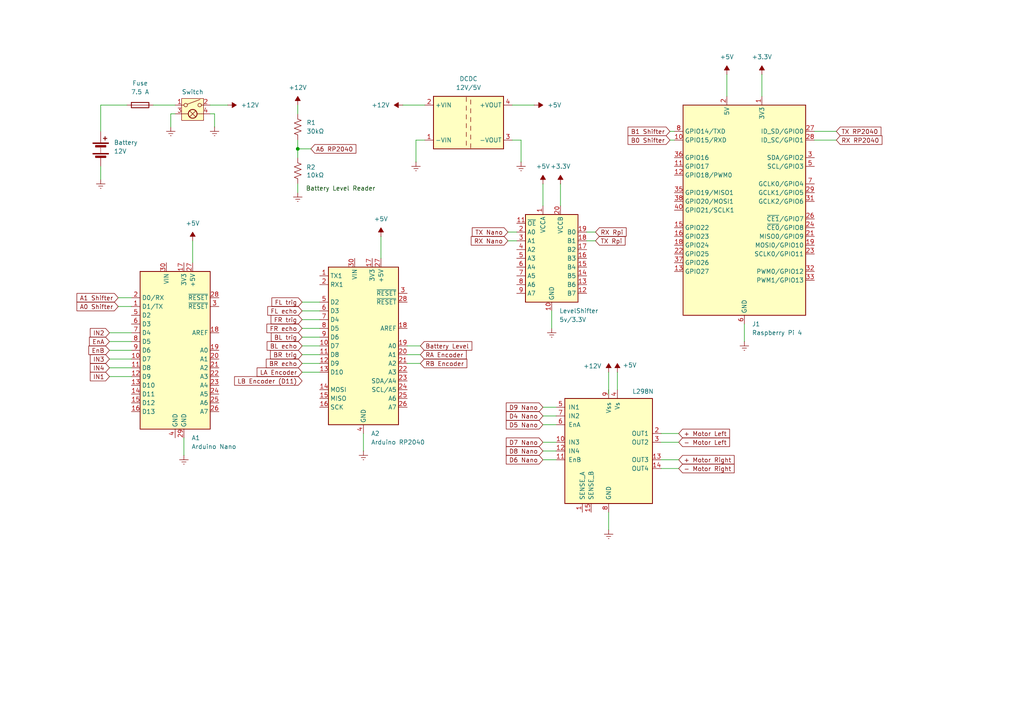
<source format=kicad_sch>
(kicad_sch (version 20231120) (generator "eeschema") (generator_version "8.0")
  (paper "A4")
  (lib_symbols
    (symbol "Connector:Raspberry_Pi_2_3"
      (property "Reference" "J" (at -17.78 31.75 0))
      (property "Value" "Raspberry_Pi_2_3" (at 10.16 -31.75 0))
      (symbol "Raspberry_Pi_2_3_0_1"
        (rectangle (start -17.78 30.48) (end 17.78 -30.48) (stroke (width 0.254)) (fill (type background)))
      )
      (symbol "Raspberry_Pi_2_3_1_1"
        (pin power_in line (at 5.08 33.02 270) (length 2.54) (name "3V3") (number "1"))
        (pin bidirectional line (at -20.32 20.32 0) (length 2.54) (name "GPIO15/RXD") (number "10"))
        (pin bidirectional line (at -20.32 12.7 0) (length 2.54) (name "GPIO17") (number "11"))
        (pin bidirectional line (at -20.32 10.16 0) (length 2.54) (name "GPIO18/PWM0") (number "12"))
        (pin bidirectional line (at -20.32 -17.78 0) (length 2.54) (name "GPIO27") (number "13"))
        (pin passive line (at 0 -33.02 90) (length 2.54) hide (name "GND") (number "14"))
        (pin bidirectional line (at -20.32 -5.08 0) (length 2.54) (name "GPIO22") (number "15"))
        (pin bidirectional line (at -20.32 -7.62 0) (length 2.54) (name "GPIO23") (number "16"))
        (pin passive line (at 5.08 33.02 270) (length 2.54) hide (name "3V3") (number "17"))
        (pin bidirectional line (at -20.32 -10.16 0) (length 2.54) (name "GPIO24") (number "18"))
        (pin bidirectional line (at 20.32 -10.16 180) (length 2.54) (name "MOSI0/GPIO10") (number "19"))
        (pin power_in line (at -5.08 33.02 270) (length 2.54) (name "5V") (number "2"))
        (pin passive line (at 0 -33.02 90) (length 2.54) hide (name "GND") (number "20"))
        (pin bidirectional line (at 20.32 -7.62 180) (length 2.54) (name "MISO0/GPIO9") (number "21"))
        (pin bidirectional line (at -20.32 -12.7 0) (length 2.54) (name "GPIO25") (number "22"))
        (pin bidirectional line (at 20.32 -12.7 180) (length 2.54) (name "SCLK0/GPIO11") (number "23"))
        (pin bidirectional line (at 20.32 -5.08 180) (length 2.54) (name "~{CE0}/GPIO8") (number "24"))
        (pin passive line (at 0 -33.02 90) (length 2.54) hide (name "GND") (number "25"))
        (pin bidirectional line (at 20.32 -2.54 180) (length 2.54) (name "~{CE1}/GPIO7") (number "26"))
        (pin bidirectional line (at 20.32 22.86 180) (length 2.54) (name "ID_SD/GPIO0") (number "27"))
        (pin bidirectional line (at 20.32 20.32 180) (length 2.54) (name "ID_SC/GPIO1") (number "28"))
        (pin bidirectional line (at 20.32 5.08 180) (length 2.54) (name "GCLK1/GPIO5") (number "29"))
        (pin bidirectional line (at 20.32 15.24 180) (length 2.54) (name "SDA/GPIO2") (number "3"))
        (pin passive line (at 0 -33.02 90) (length 2.54) hide (name "GND") (number "30"))
        (pin bidirectional line (at 20.32 2.54 180) (length 2.54) (name "GCLK2/GPIO6") (number "31"))
        (pin bidirectional line (at 20.32 -17.78 180) (length 2.54) (name "PWM0/GPIO12") (number "32"))
        (pin bidirectional line (at 20.32 -20.32 180) (length 2.54) (name "PWM1/GPIO13") (number "33"))
        (pin passive line (at 0 -33.02 90) (length 2.54) hide (name "GND") (number "34"))
        (pin bidirectional line (at -20.32 5.08 0) (length 2.54) (name "GPIO19/MISO1") (number "35"))
        (pin bidirectional line (at -20.32 15.24 0) (length 2.54) (name "GPIO16") (number "36"))
        (pin bidirectional line (at -20.32 -15.24 0) (length 2.54) (name "GPIO26") (number "37"))
        (pin bidirectional line (at -20.32 2.54 0) (length 2.54) (name "GPIO20/MOSI1") (number "38"))
        (pin passive line (at 0 -33.02 90) (length 2.54) hide (name "GND") (number "39"))
        (pin passive line (at -5.08 33.02 270) (length 2.54) hide (name "5V") (number "4"))
        (pin bidirectional line (at -20.32 0 0) (length 2.54) (name "GPIO21/SCLK1") (number "40"))
        (pin bidirectional line (at 20.32 12.7 180) (length 2.54) (name "SCL/GPIO3") (number "5"))
        (pin power_in line (at 0 -33.02 90) (length 2.54) (name "GND") (number "6"))
        (pin bidirectional line (at 20.32 7.62 180) (length 2.54) (name "GCLK0/GPIO4") (number "7"))
        (pin bidirectional line (at -20.32 22.86 0) (length 2.54) (name "GPIO14/TXD") (number "8"))
        (pin passive line (at 0 -33.02 90) (length 2.54) hide (name "GND") (number "9"))
      )
    )
    (symbol "Device:Battery" (pin_numbers hide) (pin_names (offset 0) hide)
      (property "Reference" "BT" (at 2.54 2.54 0))
      (property "Value" "Battery" (at 2.54 0 0))
      (symbol "Battery_0_1"
        (rectangle (start -2.286 -1.27) (end 2.286 -1.524) (fill (type outline)))
        (rectangle (start -2.286 1.778) (end 2.286 1.524) (fill (type outline)))
        (rectangle (start -1.524 -2.032) (end 1.524 -2.54) (fill (type outline)))
        (rectangle (start -1.524 1.016) (end 1.524 0.508) (fill (type outline)))
        (polyline (pts (xy 0 -1.016) (xy 0 -0.762)))
        (polyline (pts (xy 0 -0.508) (xy 0 -0.254)))
        (polyline (pts (xy 0 0) (xy 0 0.254)))
        (polyline (pts (xy 0 1.778) (xy 0 2.54)))
        (polyline (pts (xy 0.762 3.048) (xy 1.778 3.048)) (stroke (width 0.254)))
        (polyline (pts (xy 1.27 3.556) (xy 1.27 2.54)) (stroke (width 0.254)))
      )
      (symbol "Battery_1_1"
        (pin passive line (at 0 5.08 270) (length 2.54) (name "+") (number "1"))
        (pin passive line (at 0 -5.08 90) (length 2.54) (name "-") (number "2"))
      )
    )
    (symbol "Device:Fuse" (pin_numbers hide) (pin_names (offset 0))
      (property "Reference" "F" (at 2.032 0 90))
      (property "Value" "Fuse" (at -1.905 0 90))
      (symbol "Fuse_0_1"
        (rectangle (start -0.762 -2.54) (end 0.762 2.54) (stroke (width 0.254)))
        (polyline (pts (xy 0 2.54) (xy 0 -2.54)))
      )
      (symbol "Fuse_1_1"
        (pin passive line (at 0 3.81 270) (length 1.27) (name "~") (number "1"))
        (pin passive line (at 0 -3.81 90) (length 1.27) (name "~") (number "2"))
      )
    )
    (symbol "Device:R_US" (pin_numbers hide) (pin_names (offset 0))
      (property "Reference" "R" (at 2.54 0 90))
      (property "Value" "R_US" (at -2.54 0 90))
      (symbol "R_US_0_1"
        (polyline (pts (xy 0 -2.286) (xy 0 -2.54)))
        (polyline (pts (xy 0 2.286) (xy 0 2.54)))
        (polyline (pts (xy 0 -0.762) (xy 1.016 -1.143) (xy 0 -1.524) (xy -1.016 -1.905) (xy 0 -2.286)))
        (polyline (pts (xy 0 0.762) (xy 1.016 0.381) (xy 0 0) (xy -1.016 -0.381) (xy 0 -0.762)))
        (polyline (pts (xy 0 2.286) (xy 1.016 1.905) (xy 0 1.524) (xy -1.016 1.143) (xy 0 0.762)))
      )
      (symbol "R_US_1_1"
        (pin passive line (at 0 3.81 270) (length 1.27) (name "~") (number "1"))
        (pin passive line (at 0 -3.81 90) (length 1.27) (name "~") (number "2"))
      )
    )
    (symbol "Driver_Motor:L298N" (pin_names (offset 1.016))
      (property "Reference" "U" (at -10.16 16.51 0))
      (property "Value" "L298N" (at 12.7 16.51 0))
      (symbol "L298N_0_1"
        (rectangle (start -12.7 15.24) (end 12.7 -15.24) (stroke (width 0.254)) (fill (type background)))
      )
      (symbol "L298N_1_1"
        (pin power_in line (at -7.62 -17.78 90) (length 2.54) (name "SENSE_A") (number "1"))
        (pin input line (at -15.24 2.54 0) (length 2.54) (name "IN3") (number "10"))
        (pin input line (at -15.24 -2.54 0) (length 2.54) (name "EnB") (number "11"))
        (pin input line (at -15.24 0 0) (length 2.54) (name "IN4") (number "12"))
        (pin output line (at 15.24 -2.54 180) (length 2.54) (name "OUT3") (number "13"))
        (pin output line (at 15.24 -5.08 180) (length 2.54) (name "OUT4") (number "14"))
        (pin power_in line (at -5.08 -17.78 90) (length 2.54) (name "SENSE_B") (number "15"))
        (pin output line (at 15.24 5.08 180) (length 2.54) (name "OUT1") (number "2"))
        (pin output line (at 15.24 2.54 180) (length 2.54) (name "OUT2") (number "3"))
        (pin power_in line (at 2.54 17.78 270) (length 2.54) (name "Vs") (number "4"))
        (pin input line (at -15.24 12.7 0) (length 2.54) (name "IN1") (number "5"))
        (pin input line (at -15.24 7.62 0) (length 2.54) (name "EnA") (number "6"))
        (pin input line (at -15.24 10.16 0) (length 2.54) (name "IN2") (number "7"))
        (pin power_in line (at 0 -17.78 90) (length 2.54) (name "GND") (number "8"))
        (pin power_in line (at 0 17.78 270) (length 2.54) (name "Vss") (number "9"))
      )
    )
    (symbol "Logic_LevelTranslator:FXMA108"
      (property "Reference" "U" (at -6.35 13.97 0))
      (property "Value" "FXMA108" (at 7.62 13.97 0))
      (symbol "FXMA108_1_1"
        (rectangle (start -7.62 12.7) (end 7.62 -12.7) (stroke (width 0.254)) (fill (type background)))
        (pin power_in line (at -2.54 15.24 270) (length 2.54) (name "VCCA") (number "1"))
        (pin power_in line (at 0 -15.24 90) (length 2.54) (name "GND") (number "10"))
        (pin input line (at -10.16 10.16 0) (length 2.54) (name "~{OE}") (number "11"))
        (pin bidirectional line (at 10.16 -10.16 180) (length 2.54) (name "B7") (number "12"))
        (pin bidirectional line (at 10.16 -7.62 180) (length 2.54) (name "B6") (number "13"))
        (pin bidirectional line (at 10.16 -5.08 180) (length 2.54) (name "B5") (number "14"))
        (pin bidirectional line (at 10.16 -2.54 180) (length 2.54) (name "B4") (number "15"))
        (pin bidirectional line (at 10.16 0 180) (length 2.54) (name "B3") (number "16"))
        (pin bidirectional line (at 10.16 2.54 180) (length 2.54) (name "B2") (number "17"))
        (pin bidirectional line (at 10.16 5.08 180) (length 2.54) (name "B1") (number "18"))
        (pin bidirectional line (at 10.16 7.62 180) (length 2.54) (name "B0") (number "19"))
        (pin bidirectional line (at -10.16 7.62 0) (length 2.54) (name "A0") (number "2"))
        (pin power_in line (at 2.54 15.24 270) (length 2.54) (name "VCCB") (number "20"))
        (pin no_connect line (at 2.54 -12.7 90) (length 2.54) hide (name "NC") (number "21"))
        (pin bidirectional line (at -10.16 5.08 0) (length 2.54) (name "A1") (number "3"))
        (pin bidirectional line (at -10.16 2.54 0) (length 2.54) (name "A2") (number "4"))
        (pin bidirectional line (at -10.16 0 0) (length 2.54) (name "A3") (number "5"))
        (pin bidirectional line (at -10.16 -2.54 0) (length 2.54) (name "A4") (number "6"))
        (pin bidirectional line (at -10.16 -5.08 0) (length 2.54) (name "A5") (number "7"))
        (pin bidirectional line (at -10.16 -7.62 0) (length 2.54) (name "A6") (number "8"))
        (pin bidirectional line (at -10.16 -10.16 0) (length 2.54) (name "A7") (number "9"))
      )
    )
    (symbol "MCU_Module:Arduino_Nano_Every"
      (property "Reference" "A" (at -10.16 23.495 0))
      (property "Value" "Arduino_Nano_Every" (at 5.08 -24.13 0))
      (symbol "Arduino_Nano_Every_0_1"
        (rectangle (start -10.16 22.86) (end 10.16 -22.86) (stroke (width 0.254)) (fill (type background)))
      )
      (symbol "Arduino_Nano_Every_1_1"
        (pin bidirectional line (at -12.7 20.32 0) (length 2.54) (name "TX1") (number "1"))
        (pin bidirectional line (at -12.7 0 0) (length 2.54) (name "D7") (number "10"))
        (pin bidirectional line (at -12.7 -2.54 0) (length 2.54) (name "D8") (number "11"))
        (pin bidirectional line (at -12.7 -5.08 0) (length 2.54) (name "D9") (number "12"))
        (pin bidirectional line (at -12.7 -7.62 0) (length 2.54) (name "D10") (number "13"))
        (pin bidirectional line (at -12.7 -12.7 0) (length 2.54) (name "MOSI") (number "14"))
        (pin bidirectional line (at -12.7 -15.24 0) (length 2.54) (name "MISO") (number "15"))
        (pin bidirectional line (at -12.7 -17.78 0) (length 2.54) (name "SCK") (number "16"))
        (pin power_out line (at 2.54 25.4 270) (length 2.54) (name "3V3") (number "17"))
        (pin input line (at 12.7 5.08 180) (length 2.54) (name "AREF") (number "18"))
        (pin bidirectional line (at 12.7 0 180) (length 2.54) (name "A0") (number "19"))
        (pin bidirectional line (at -12.7 17.78 0) (length 2.54) (name "RX1") (number "2"))
        (pin bidirectional line (at 12.7 -2.54 180) (length 2.54) (name "A1") (number "20"))
        (pin bidirectional line (at 12.7 -5.08 180) (length 2.54) (name "A2") (number "21"))
        (pin bidirectional line (at 12.7 -7.62 180) (length 2.54) (name "A3") (number "22"))
        (pin bidirectional line (at 12.7 -10.16 180) (length 2.54) (name "SDA/A4") (number "23"))
        (pin bidirectional line (at 12.7 -12.7 180) (length 2.54) (name "SCL/A5") (number "24"))
        (pin bidirectional line (at 12.7 -15.24 180) (length 2.54) (name "A6") (number "25"))
        (pin bidirectional line (at 12.7 -17.78 180) (length 2.54) (name "A7") (number "26"))
        (pin power_out line (at 5.08 25.4 270) (length 2.54) (name "+5V") (number "27"))
        (pin input line (at 12.7 12.7 180) (length 2.54) (name "~{RESET}") (number "28"))
        (pin passive line (at 0 -25.4 90) (length 2.54) hide (name "GND") (number "29"))
        (pin input line (at 12.7 15.24 180) (length 2.54) (name "~{RESET}") (number "3"))
        (pin power_in line (at -2.54 25.4 270) (length 2.54) (name "VIN") (number "30"))
        (pin power_in line (at 0 -25.4 90) (length 2.54) (name "GND") (number "4"))
        (pin bidirectional line (at -12.7 12.7 0) (length 2.54) (name "D2") (number "5"))
        (pin bidirectional line (at -12.7 10.16 0) (length 2.54) (name "D3") (number "6"))
        (pin bidirectional line (at -12.7 7.62 0) (length 2.54) (name "D4") (number "7"))
        (pin bidirectional line (at -12.7 5.08 0) (length 2.54) (name "D5") (number "8"))
        (pin bidirectional line (at -12.7 2.54 0) (length 2.54) (name "D6") (number "9"))
      )
    )
    (symbol "MCU_Module:Arduino_Nano_v2.x"
      (property "Reference" "A" (at -10.16 23.495 0))
      (property "Value" "Arduino_Nano_v2.x" (at 5.08 -24.13 0))
      (symbol "Arduino_Nano_v2.x_0_1"
        (rectangle (start -10.16 22.86) (end 10.16 -22.86) (stroke (width 0.254)) (fill (type background)))
      )
      (symbol "Arduino_Nano_v2.x_1_1"
        (pin bidirectional line (at -12.7 12.7 0) (length 2.54) (name "D1/TX") (number "1"))
        (pin bidirectional line (at -12.7 -2.54 0) (length 2.54) (name "D7") (number "10"))
        (pin bidirectional line (at -12.7 -5.08 0) (length 2.54) (name "D8") (number "11"))
        (pin bidirectional line (at -12.7 -7.62 0) (length 2.54) (name "D9") (number "12"))
        (pin bidirectional line (at -12.7 -10.16 0) (length 2.54) (name "D10") (number "13"))
        (pin bidirectional line (at -12.7 -12.7 0) (length 2.54) (name "D11") (number "14"))
        (pin bidirectional line (at -12.7 -15.24 0) (length 2.54) (name "D12") (number "15"))
        (pin bidirectional line (at -12.7 -17.78 0) (length 2.54) (name "D13") (number "16"))
        (pin power_out line (at 2.54 25.4 270) (length 2.54) (name "3V3") (number "17"))
        (pin input line (at 12.7 5.08 180) (length 2.54) (name "AREF") (number "18"))
        (pin bidirectional line (at 12.7 0 180) (length 2.54) (name "A0") (number "19"))
        (pin bidirectional line (at -12.7 15.24 0) (length 2.54) (name "D0/RX") (number "2"))
        (pin bidirectional line (at 12.7 -2.54 180) (length 2.54) (name "A1") (number "20"))
        (pin bidirectional line (at 12.7 -5.08 180) (length 2.54) (name "A2") (number "21"))
        (pin bidirectional line (at 12.7 -7.62 180) (length 2.54) (name "A3") (number "22"))
        (pin bidirectional line (at 12.7 -10.16 180) (length 2.54) (name "A4") (number "23"))
        (pin bidirectional line (at 12.7 -12.7 180) (length 2.54) (name "A5") (number "24"))
        (pin bidirectional line (at 12.7 -15.24 180) (length 2.54) (name "A6") (number "25"))
        (pin bidirectional line (at 12.7 -17.78 180) (length 2.54) (name "A7") (number "26"))
        (pin power_out line (at 5.08 25.4 270) (length 2.54) (name "+5V") (number "27"))
        (pin input line (at 12.7 15.24 180) (length 2.54) (name "~{RESET}") (number "28"))
        (pin power_in line (at 2.54 -25.4 90) (length 2.54) (name "GND") (number "29"))
        (pin input line (at 12.7 12.7 180) (length 2.54) (name "~{RESET}") (number "3"))
        (pin power_in line (at -2.54 25.4 270) (length 2.54) (name "VIN") (number "30"))
        (pin power_in line (at 0 -25.4 90) (length 2.54) (name "GND") (number "4"))
        (pin bidirectional line (at -12.7 10.16 0) (length 2.54) (name "D2") (number "5"))
        (pin bidirectional line (at -12.7 7.62 0) (length 2.54) (name "D3") (number "6"))
        (pin bidirectional line (at -12.7 5.08 0) (length 2.54) (name "D4") (number "7"))
        (pin bidirectional line (at -12.7 2.54 0) (length 2.54) (name "D5") (number "8"))
        (pin bidirectional line (at -12.7 0 0) (length 2.54) (name "D6") (number "9"))
      )
    )
    (symbol "Regulator_Switching:CRE1S0305S3C"
      (property "Reference" "U" (at -8.89 8.89 0))
      (property "Value" "CRE1S0305S3C" (at 2.54 8.89 0))
      (symbol "CRE1S0305S3C_0_1"
        (rectangle (start -10.16 7.62) (end 10.16 -7.62) (stroke (width 0.254)) (fill (type background)))
        (polyline (pts (xy -0.635 -5.334) (xy -0.635 -6.604)))
        (polyline (pts (xy -0.635 -2.794) (xy -0.635 -4.064)))
        (polyline (pts (xy -0.635 -0.254) (xy -0.635 -1.524)))
        (polyline (pts (xy -0.635 2.286) (xy -0.635 1.016)))
        (polyline (pts (xy -0.635 4.826) (xy -0.635 3.556)))
        (polyline (pts (xy -0.635 7.366) (xy -0.635 6.096)))
        (polyline (pts (xy 0.635 -7.366) (xy 0.635 -6.096)))
        (polyline (pts (xy 0.635 -4.826) (xy 0.635 -3.556)))
        (polyline (pts (xy 0.635 -2.286) (xy 0.635 -1.016)))
        (polyline (pts (xy 0.635 0.254) (xy 0.635 1.524)))
        (polyline (pts (xy 0.635 2.794) (xy 0.635 4.064)))
        (polyline (pts (xy 0.635 5.334) (xy 0.635 6.604)))
      )
      (symbol "CRE1S0305S3C_1_1"
        (pin power_in line (at -12.7 -5.08 0) (length 2.54) (name "-VIN") (number "1"))
        (pin power_in line (at -12.7 5.08 0) (length 2.54) (name "+VIN") (number "2"))
        (pin power_out line (at 12.7 -5.08 180) (length 2.54) (name "-VOUT") (number "3"))
        (pin power_out line (at 12.7 5.08 180) (length 2.54) (name "+VOUT") (number "4"))
      )
    )
    (symbol "Switch:SW_SPST_Lamp" (pin_names (offset 1.016) hide)
      (property "Reference" "SW" (at 0 6.35 0))
      (property "Value" "SW_SPST_Lamp" (at 0 -3.81 0))
      (symbol "SW_SPST_Lamp_0_1"
        (circle (center -2.032 2.54) (radius 0.508))
        (polyline (pts (xy -2.54 0) (xy -1.27 0)))
        (polyline (pts (xy -1.524 2.794) (xy 2.159 4.191)))
        (polyline (pts (xy -0.889 -0.889) (xy 0.889 0.889)))
        (polyline (pts (xy 0.889 -0.889) (xy -0.889 0.889)))
        (polyline (pts (xy 2.54 0) (xy 1.27 0)))
        (circle (center 0 0) (radius 1.27) (stroke (width 0.254)))
        (circle (center 2.032 2.54) (radius 0.508))
        (pin passive line (at -5.08 2.54 0) (length 2.54) (name "1") (number "1"))
        (pin passive line (at 5.08 2.54 180) (length 2.54) (name "2") (number "2"))
        (pin passive line (at -5.08 0 0) (length 2.54) (name "L") (number "3"))
        (pin passive line (at 5.08 0 180) (length 2.54) (name "L") (number "4"))
      )
      (symbol "SW_SPST_Lamp_1_1"
        (rectangle (start -3.175 4.445) (end 3.175 -1.905) (fill (type background)))
      )
    )
    (symbol "power:-12V" (power) (pin_numbers hide) (pin_names (offset 0) hide)
      (property "Value" "-12V" (at 0 3.556 0))
      (symbol "-12V_0_0"
        (pin power_in line (at 0 0 90) (length 0) (name "~") (number "1"))
      )
      (symbol "-12V_0_1"
        (polyline (pts (xy 0 0) (xy 0 1.27) (xy 0.762 1.27) (xy 0 2.54) (xy -0.762 1.27) (xy 0 1.27)) (fill (type outline)))
      )
    )
    (symbol "power:Earth" (power) (pin_numbers hide) (pin_names (offset 0) hide)
      (property "Value" "Earth" (at 0 -3.81 0))
      (symbol "Earth_0_1"
        (polyline (pts (xy -0.635 -1.905) (xy 0.635 -1.905)))
        (polyline (pts (xy -0.127 -2.54) (xy 0.127 -2.54)))
        (polyline (pts (xy 0 -1.27) (xy 0 0)))
        (polyline (pts (xy 1.27 -1.27) (xy -1.27 -1.27)))
      )
      (symbol "Earth_1_1"
        (pin power_in line (at 0 0 270) (length 0) (name "~") (number "1"))
      )
    )
  )
  (junction (at 86.36 43.18))
  (wire (pts (xy 176.53 148.59) (xy 176.53 153.67)))
  (wire (pts (xy 176.53 107.95) (xy 176.53 114.3)))
  (wire (pts (xy 31.75 104.14) (xy 38.1 104.14)))
  (wire (pts (xy 49.53 33.02) (xy 50.8 33.02)))
  (wire (pts (xy 236.22 38.1) (xy 242.57 38.1)))
  (wire (pts (xy 31.75 109.22) (xy 38.1 109.22)))
  (wire (pts (xy 60.96 30.48) (xy 66.04 30.48)))
  (wire (pts (xy 87.63 87.63) (xy 92.71 87.63)))
  (wire (pts (xy 118.11 102.87) (xy 121.92 102.87)))
  (wire (pts (xy 154.94 30.48) (xy 148.59 30.48)))
  (wire (pts (xy 87.63 92.71) (xy 92.71 92.71)))
  (wire (pts (xy 87.63 100.33) (xy 92.71 100.33)))
  (wire (pts (xy 86.36 43.18) (xy 86.36 45.72)))
  (wire (pts (xy 49.53 33.02) (xy 49.53 36.83)))
  (wire (pts (xy 220.98 21.59) (xy 220.98 27.94)))
  (wire (pts (xy 29.21 30.48) (xy 29.21 38.1)))
  (wire (pts (xy 157.48 123.19) (xy 161.29 123.19)))
  (wire (pts (xy 34.29 88.9) (xy 38.1 88.9)))
  (wire (pts (xy 87.63 97.79) (xy 92.71 97.79)))
  (wire (pts (xy 31.75 99.06) (xy 38.1 99.06)))
  (wire (pts (xy 116.84 30.48) (xy 123.19 30.48)))
  (wire (pts (xy 151.13 46.99) (xy 151.13 40.64)))
  (wire (pts (xy 120.65 46.99) (xy 120.65 40.64)))
  (wire (pts (xy 170.18 67.31) (xy 172.72 67.31)))
  (wire (pts (xy 157.48 120.65) (xy 161.29 120.65)))
  (wire (pts (xy 86.36 43.18) (xy 90.17 43.18)))
  (wire (pts (xy 191.77 135.89) (xy 196.85 135.89)))
  (wire (pts (xy 87.63 105.41) (xy 92.71 105.41)))
  (wire (pts (xy 118.11 105.41) (xy 121.92 105.41)))
  (wire (pts (xy 215.9 93.98) (xy 215.9 99.06)))
  (wire (pts (xy 179.07 107.95) (xy 179.07 113.03)))
  (wire (pts (xy 210.82 21.59) (xy 210.82 27.94)))
  (wire (pts (xy 118.11 100.33) (xy 121.92 100.33)))
  (wire (pts (xy 105.41 125.73) (xy 105.41 130.81)))
  (wire (pts (xy 62.23 33.02) (xy 62.23 36.83)))
  (wire (pts (xy 86.36 30.48) (xy 86.36 33.02)))
  (wire (pts (xy 120.65 40.64) (xy 123.19 40.64)))
  (wire (pts (xy 55.88 69.85) (xy 55.88 76.2)))
  (wire (pts (xy 29.21 48.26) (xy 29.21 52.07)))
  (wire (pts (xy 44.45 30.48) (xy 50.8 30.48)))
  (wire (pts (xy 170.18 69.85) (xy 172.72 69.85)))
  (wire (pts (xy 147.32 67.31) (xy 149.86 67.31)))
  (wire (pts (xy 157.48 118.11) (xy 161.29 118.11)))
  (wire (pts (xy 87.63 102.87) (xy 92.71 102.87)))
  (wire (pts (xy 29.21 30.48) (xy 36.83 30.48)))
  (wire (pts (xy 157.48 128.27) (xy 161.29 128.27)))
  (wire (pts (xy 60.96 33.02) (xy 62.23 33.02)))
  (wire (pts (xy 34.29 86.36) (xy 38.1 86.36)))
  (wire (pts (xy 87.63 95.25) (xy 92.71 95.25)))
  (wire (pts (xy 87.63 90.17) (xy 92.71 90.17)))
  (wire (pts (xy 87.63 107.95) (xy 92.71 107.95)))
  (wire (pts (xy 31.75 101.6) (xy 38.1 101.6)))
  (wire (pts (xy 160.02 90.17) (xy 160.02 95.25)))
  (wire (pts (xy 157.48 130.81) (xy 161.29 130.81)))
  (wire (pts (xy 157.48 133.35) (xy 161.29 133.35)))
  (wire (pts (xy 86.36 40.64) (xy 86.36 43.18)))
  (wire (pts (xy 151.13 40.64) (xy 148.59 40.64)))
  (wire (pts (xy 31.75 96.52) (xy 38.1 96.52)))
  (wire (pts (xy 157.48 53.34) (xy 157.48 59.69)))
  (wire (pts (xy 53.34 127) (xy 53.34 132.08)))
  (wire (pts (xy 191.77 128.27) (xy 196.85 128.27)))
  (wire (pts (xy 31.75 106.68) (xy 38.1 106.68)))
  (wire (pts (xy 236.22 40.64) (xy 242.57 40.64)))
  (wire (pts (xy 191.77 125.73) (xy 196.85 125.73)))
  (wire (pts (xy 162.56 53.34) (xy 162.56 59.69)))
  (wire (pts (xy 147.32 69.85) (xy 149.86 69.85)))
  (wire (pts (xy 86.36 53.34) (xy 86.36 55.88)))
  (wire (pts (xy 194.31 38.1) (xy 195.58 38.1)))
  (wire (pts (xy 191.77 133.35) (xy 196.85 133.35)))
  (wire (pts (xy 194.31 40.64) (xy 195.58 40.64)))
  (wire (pts (xy 110.49 68.58) (xy 110.49 74.93)))
  (text "Battery Level Reader" (at 98.806 54.864 0) (effects (font (size 1.27 1.27))))
  (global_label "RA Encoder" (shape input) (at 121.92 102.87 0) (property "Intersheetrefs" "${INTERSHEET_REFS}" (effects (hide yes))))
  (global_label "B1 Shifter" (shape input) (at 194.31 38.1 180) (property "Intersheetrefs" "${INTERSHEET_REFS}" (effects (hide yes))))
  (global_label "D4 Nano" (shape input) (at 157.48 120.65 180) (property "Intersheetrefs" "${INTERSHEET_REFS}" (effects (hide yes))))
  (global_label "LB Encoder (D11)" (shape input) (at 87.63 110.49 180) (property "Intersheetrefs" "${INTERSHEET_REFS}" (effects (hide yes))))
  (global_label "D7 Nano" (shape input) (at 157.48 128.27 180) (property "Intersheetrefs" "${INTERSHEET_REFS}" (effects (hide yes))))
  (global_label "D9 Nano" (shape input) (at 157.48 118.11 180) (property "Intersheetrefs" "${INTERSHEET_REFS}" (effects (hide yes))))
  (global_label "BR echo" (shape input) (at 87.63 105.41 180) (property "Intersheetrefs" "${INTERSHEET_REFS}" (effects (hide yes))))
  (global_label "D8 Nano" (shape input) (at 157.48 130.81 180) (property "Intersheetrefs" "${INTERSHEET_REFS}" (effects (hide yes))))
  (global_label "A1 Shifter" (shape input) (at 34.29 86.36 180) (property "Intersheetrefs" "${INTERSHEET_REFS}" (effects (hide yes))))
  (global_label "A0 Shifter" (shape input) (at 34.29 88.9 180) (property "Intersheetrefs" "${INTERSHEET_REFS}" (effects (hide yes))))
  (global_label "B0 Shifter" (shape input) (at 194.31 40.64 180) (property "Intersheetrefs" "${INTERSHEET_REFS}" (effects (hide yes))))
  (global_label "TX Rpi" (shape input) (at 172.72 69.85 0) (property "Intersheetrefs" "${INTERSHEET_REFS}" (effects (hide yes))))
  (global_label "+ Motor Left" (shape input) (at 196.85 125.73 0) (property "Intersheetrefs" "${INTERSHEET_REFS}" (effects (hide yes))))
  (global_label "+ Motor Right" (shape input) (at 196.85 133.35 0) (property "Intersheetrefs" "${INTERSHEET_REFS}" (effects (hide yes))))
  (global_label "FL trig" (shape input) (at 87.63 87.63 180) (property "Intersheetrefs" "${INTERSHEET_REFS}" (effects (hide yes))))
  (global_label "EnB" (shape input) (at 31.75 101.6 180) (property "Intersheetrefs" "${INTERSHEET_REFS}" (effects (hide yes))))
  (global_label "D6 Nano" (shape input) (at 157.48 133.35 180) (property "Intersheetrefs" "${INTERSHEET_REFS}" (effects (hide yes))))
  (global_label "RX Nano" (shape input) (at 147.32 69.85 180) (property "Intersheetrefs" "${INTERSHEET_REFS}" (effects (hide yes))))
  (global_label "RX RP2040" (shape input) (at 242.57 40.64 0) (property "Intersheetrefs" "${INTERSHEET_REFS}" (effects (hide yes))))
  (global_label "IN4" (shape input) (at 31.75 106.68 180) (property "Intersheetrefs" "${INTERSHEET_REFS}" (effects (hide yes))))
  (global_label "A6 RP2040" (shape input) (at 90.17 43.18 0) (property "Intersheetrefs" "${INTERSHEET_REFS}" (effects (hide yes))))
  (global_label "RB Encoder" (shape input) (at 121.92 105.41 0) (property "Intersheetrefs" "${INTERSHEET_REFS}" (effects (hide yes))))
  (global_label "FL echo" (shape input) (at 87.63 90.17 180) (property "Intersheetrefs" "${INTERSHEET_REFS}" (effects (hide yes))))
  (global_label "- Motor Right" (shape input) (at 196.85 135.89 0) (property "Intersheetrefs" "${INTERSHEET_REFS}" (effects (hide yes))))
  (global_label "LA Encoder" (shape input) (at 87.63 107.95 180) (property "Intersheetrefs" "${INTERSHEET_REFS}" (effects (hide yes))))
  (global_label "FR echo" (shape input) (at 87.63 95.25 180) (property "Intersheetrefs" "${INTERSHEET_REFS}" (effects (hide yes))))
  (global_label "BR trig" (shape input) (at 87.63 102.87 180) (property "Intersheetrefs" "${INTERSHEET_REFS}" (effects (hide yes))))
  (global_label "BL trig" (shape input) (at 87.63 97.79 180) (property "Intersheetrefs" "${INTERSHEET_REFS}" (effects (hide yes))))
  (global_label "IN3" (shape input) (at 31.75 104.14 180) (property "Intersheetrefs" "${INTERSHEET_REFS}" (effects (hide yes))))
  (global_label "TX Nano" (shape input) (at 147.32 67.31 180) (property "Intersheetrefs" "${INTERSHEET_REFS}" (effects (hide yes))))
  (global_label "EnA" (shape input) (at 31.75 99.06 180) (property "Intersheetrefs" "${INTERSHEET_REFS}" (effects (hide yes))))
  (global_label "FR trig" (shape input) (at 87.63 92.71 180) (property "Intersheetrefs" "${INTERSHEET_REFS}" (effects (hide yes))))
  (global_label "Battery Level" (shape input) (at 121.92 100.33 0) (property "Intersheetrefs" "${INTERSHEET_REFS}" (effects (hide yes))))
  (global_label "TX RP2040" (shape input) (at 242.57 38.1 0) (property "Intersheetrefs" "${INTERSHEET_REFS}" (effects (hide yes))))
  (global_label "IN2" (shape input) (at 31.75 96.52 180) (property "Intersheetrefs" "${INTERSHEET_REFS}" (effects (hide yes))))
  (global_label "IN1" (shape input) (at 31.75 109.22 180) (property "Intersheetrefs" "${INTERSHEET_REFS}" (effects (hide yes))))
  (global_label "D5 Nano" (shape input) (at 157.48 123.19 180) (property "Intersheetrefs" "${INTERSHEET_REFS}" (effects (hide yes))))
  (global_label "RX Rpi" (shape input) (at 172.72 67.31 0) (property "Intersheetrefs" "${INTERSHEET_REFS}" (effects (hide yes))))
  (global_label "BL echo" (shape input) (at 87.63 100.33 180) (property "Intersheetrefs" "${INTERSHEET_REFS}" (effects (hide yes))))
  (global_label "- Motor Left" (shape input) (at 196.85 128.27 0) (property "Intersheetrefs" "${INTERSHEET_REFS}" (effects (hide yes))))
  (symbol (lib_id "power:-12V") (at 116.84 30.48 90) (unit 1)
    (property "Reference" "#PWR07" (effects (hide yes)))
    (property "Value" "+12V" (at 113.03 30.4799 90) (effects (justify left)))
    (property "Description" "Power symbol creates a global label with name \"-12V\"" (effects (hide yes)))
  )
  (symbol (lib_id "power:-12V") (at 220.98 21.59 0) (unit 1)
    (property "Reference" "#PWR019" (effects (hide yes)))
    (property "Value" "+3.3V" (at 220.98 16.51 0))
    (property "Description" "Power symbol creates a global label with name \"-12V\"" (effects (hide yes)))
  )
  (symbol (lib_id "power:Earth") (at 105.41 130.81 0) (unit 1)
    (property "Reference" "#PWR012" (effects (hide yes)))
    (property "Value" "Earth" (effects (hide yes)))
    (property "Description" "Power symbol creates a global label with name \"Earth\"" (effects (hide yes)))
  )
  (symbol (lib_id "power:-12V") (at 86.36 30.48 0) (unit 1)
    (property "Reference" "#PWR021" (effects (hide yes)))
    (property "Value" "+12V" (at 86.36 25.4 0))
    (property "Description" "Power symbol creates a global label with name \"-12V\"" (effects (hide yes)))
  )
  (symbol (lib_id "Driver_Motor:L298N") (at 176.53 130.81 0) (unit 1)
    (property "Reference" "U1" (effects (hide yes)))
    (property "Value" "L298N" (at 183.388 113.538 0) (effects (justify left)))
    (property "Footprint" "Package_TO_SOT_THT:TO-220-15_P2.54x2.54mm_StaggerOdd_Lead4.58mm_Vertical" (effects (hide yes)))
    (property "Datasheet" "http://www.st.com/st-web-ui/static/active/en/resource/technical/document/datasheet/CD00000240.pdf" (effects (hide yes)))
    (property "Description" "Dual full bridge motor driver, up to 46V, 4A, Multiwatt15-V" (effects (hide yes)))
  )
  (symbol (lib_id "power:Earth") (at 151.13 46.99 0) (unit 1)
    (property "Reference" "#PWR06" (effects (hide yes)))
    (property "Value" "Earth" (effects (hide yes)))
    (property "Description" "Power symbol creates a global label with name \"Earth\"" (effects (hide yes)))
  )
  (symbol (lib_id "power:-12V") (at 176.53 107.95 0) (unit 1)
    (property "Reference" "#PWR016" (effects (hide yes)))
    (property "Value" "+12V" (at 169.164 106.172 0) (effects (justify left)))
    (property "Description" "Power symbol creates a global label with name \"-12V\"" (effects (hide yes)))
  )
  (symbol (lib_id "Regulator_Switching:CRE1S0305S3C") (at 135.89 35.56 0) (unit 1)
    (property "Reference" "DCDC" (at 135.89 22.86 0))
    (property "Value" "12V/5V" (at 135.89 25.4 0))
    (property "Footprint" "Converter_DCDC:Converter_DCDC_Murata_CRE1xxxxxx3C_THT" (effects (hide yes)))
    (property "Datasheet" "http://power.murata.com/datasheet?/data/power/ncl/kdc_cre1.pdf" (effects (hide yes)))
    (property "Description" "3.3V to 5V 200mA, Isolated 2W Single-Output DC-DC Converter Modules with 3kV isolation, SIP-4" (effects (hide yes)))
  )
  (symbol (lib_id "power:Earth") (at 160.02 95.25 0) (unit 1)
    (property "Reference" "#PWR020" (effects (hide yes)))
    (property "Value" "Earth" (effects (hide yes)))
    (property "Description" "Power symbol creates a global label with name \"Earth\"" (effects (hide yes)))
  )
  (symbol (lib_id "power:Earth") (at 120.65 46.99 0) (unit 1)
    (property "Reference" "#PWR05" (effects (hide yes)))
    (property "Value" "Earth" (effects (hide yes)))
    (property "Description" "Power symbol creates a global label with name \"Earth\"" (effects (hide yes)))
  )
  (symbol (lib_id "power:Earth") (at 29.21 52.07 0) (unit 1)
    (property "Reference" "#PWR01" (effects (hide yes)))
    (property "Value" "Earth" (effects (hide yes)))
    (property "Description" "Power symbol creates a global label with name \"Earth\"" (effects (hide yes)))
  )
  (symbol (lib_id "Logic_LevelTranslator:FXMA108") (at 160.02 74.93 0) (unit 1)
    (property "Reference" "LevelShifter" (at 162.2141 90.17 0) (effects (justify left)))
    (property "Value" "5v/3.3V" (at 162.2141 92.71 0) (effects (justify left)))
    (property "Footprint" "Package_DFN_QFN:WQFN-20-1EP_2.5x4.5mm_P0.5mm_EP1x2.9mm" (effects (hide yes)))
    (property "Datasheet" "http://www.onsemi.com/pub/Collateral/FXMA108-D.pdf" (effects (hide yes)))
    (property "Description" "Dual-Supply, 8-Bit Signal Translator with Configurable Voltage Supplies and Signals Levels, 3-State Outputs and Auto Direction Sensing, WQFN-20" (effects (hide yes)))
  )
  (symbol (lib_id "power:Earth") (at 62.23 36.83 0) (unit 1)
    (property "Reference" "#PWR03" (effects (hide yes)))
    (property "Value" "Earth" (effects (hide yes)))
    (property "Description" "Power symbol creates a global label with name \"Earth\"" (effects (hide yes)))
  )
  (symbol (lib_id "Device:R_US") (at 86.36 49.53 180) (unit 1)
    (property "Reference" "R2" (at 90.17 48.514 0))
    (property "Value" "10kΩ" (at 91.44 50.8 0))
    (property "Description" "Resistor, US symbol" (effects (hide yes)))
  )
  (symbol (lib_id "power:-12V") (at 55.88 69.85 0) (unit 1)
    (property "Reference" "#PWR09" (effects (hide yes)))
    (property "Value" "+5V" (at 55.88 64.77 0))
    (property "Description" "Power symbol creates a global label with name \"-12V\"" (effects (hide yes)))
  )
  (symbol (lib_id "Switch:SW_SPST_Lamp") (at 55.88 33.02 0) (unit 1)
    (property "Reference" "dsd" (effects (hide yes)))
    (property "Value" "Switch" (at 55.88 26.67 0))
    (property "Description" "Single Pole Single Throw (SPST) switch with signal lamp, generic" (effects (hide yes)))
  )
  (symbol (lib_id "power:Earth") (at 176.53 153.67 0) (unit 1)
    (property "Reference" "#PWR023" (effects (hide yes)))
    (property "Value" "Earth" (effects (hide yes)))
    (property "Description" "Power symbol creates a global label with name \"Earth\"" (effects (hide yes)))
  )
  (symbol (lib_id "power:Earth") (at 53.34 132.08 0) (unit 1)
    (property "Reference" "#PWR011" (effects (hide yes)))
    (property "Value" "Earth" (effects (hide yes)))
    (property "Description" "Power symbol creates a global label with name \"Earth\"" (effects (hide yes)))
  )
  (symbol (lib_id "power:-12V") (at 210.82 21.59 0) (unit 1)
    (property "Reference" "#PWR013" (effects (hide yes)))
    (property "Value" "+5V" (at 210.82 16.51 0))
    (property "Description" "Power symbol creates a global label with name \"-12V\"" (effects (hide yes)))
  )
  (symbol (lib_id "power:-12V") (at 110.49 68.58 0) (unit 1)
    (property "Reference" "#PWR010" (effects (hide yes)))
    (property "Value" "+5V" (at 110.49 63.5 0))
    (property "Description" "Power symbol creates a global label with name \"-12V\"" (effects (hide yes)))
  )
  (symbol (lib_id "power:Earth") (at 215.9 99.06 0) (unit 1)
    (property "Reference" "#PWR014" (effects (hide yes)))
    (property "Value" "Earth" (effects (hide yes)))
    (property "Description" "Power symbol creates a global label with name \"Earth\"" (effects (hide yes)))
  )
  (symbol (lib_id "MCU_Module:Arduino_Nano_Every") (at 105.41 100.33 0) (unit 1)
    (property "Reference" "A2" (at 107.6041 125.73 0) (effects (justify left)))
    (property "Value" "Arduino RP2040" (at 107.6041 128.27 0) (effects (justify left)))
    (property "Footprint" "Module:Arduino_Nano" (effects (hide yes)))
    (property "Datasheet" "https://content.arduino.cc/assets/NANOEveryV3.0_sch.pdf" (effects (hide yes)))
    (property "Description" "Arduino Nano Every" (effects (hide yes)))
  )
  (symbol (lib_id "Device:R_US") (at 86.36 36.83 180) (unit 1)
    (property "Reference" "R1" (at 88.9 35.5599 0) (effects (justify right)))
    (property "Value" "30kΩ" (at 88.9 38.0999 0) (effects (justify right)))
    (property "Description" "Resistor, US symbol" (effects (hide yes)))
  )
  (symbol (lib_id "MCU_Module:Arduino_Nano_v2.x") (at 50.8 101.6 0) (unit 1)
    (property "Reference" "A1" (at 55.5341 127 0) (effects (justify left)))
    (property "Value" "Arduino Nano" (at 55.5341 129.54 0) (effects (justify left)))
    (property "Footprint" "Module:Arduino_Nano" (effects (hide yes)))
    (property "Datasheet" "https://www.arduino.cc/en/uploads/Main/ArduinoNanoManual23.pdf" (effects (hide yes)))
    (property "Description" "Arduino Nano v2.x" (effects (hide yes)))
  )
  (symbol (lib_id "Device:Battery") (at 29.21 43.18 0) (unit 1)
    (property "Reference" "Battery" (at 33.02 41.3384 0) (effects (justify left)))
    (property "Value" "12V" (at 33.02 43.8784 0) (effects (justify left)))
    (property "Description" "Multiple-cell battery" (effects (hide yes)))
  )
  (symbol (lib_id "Device:Fuse") (at 40.64 30.48 270) (unit 1)
    (property "Reference" "Fuse" (at 40.64 24.13 90))
    (property "Value" "7.5 A" (at 40.64 26.67 90))
    (property "Description" "Fuse" (effects (hide yes)))
  )
  (symbol (lib_id "power:-12V") (at 157.48 53.34 0) (unit 1)
    (property "Reference" "#PWR018" (effects (hide yes)))
    (property "Value" "+5V" (at 157.48 48.26 0))
    (property "Description" "Power symbol creates a global label with name \"-12V\"" (effects (hide yes)))
  )
  (symbol (lib_id "power:-12V") (at 179.07 107.95 0) (unit 1)
    (property "Reference" "#PWR015" (effects (hide yes)))
    (property "Value" "+5V" (at 182.626 105.918 0))
    (property "Description" "Power symbol creates a global label with name \"-12V\"" (effects (hide yes)))
  )
  (symbol (lib_id "power:-12V") (at 154.94 30.48 270) (unit 1)
    (property "Reference" "#PWR08" (effects (hide yes)))
    (property "Value" "+5V" (at 158.75 30.4799 90) (effects (justify left)))
    (property "Description" "Power symbol creates a global label with name \"-12V\"" (effects (hide yes)))
  )
  (symbol (lib_id "Connector:Raspberry_Pi_2_3") (at 215.9 60.96 0) (unit 1)
    (property "Reference" "J1" (at 218.0941 93.98 0) (effects (justify left)))
    (property "Value" "Raspberry Pi 4" (at 218.0941 96.52 0) (effects (justify left)))
    (property "Datasheet" "https://www.raspberrypi.org/documentation/hardware/raspberrypi/schematics/rpi_SCH_3bplus_1p0_reduced.pdf" (effects (hide yes)))
    (property "Description" "expansion header for Raspberry Pi 2 & 3" (effects (hide yes)))
  )
  (symbol (lib_id "power:-12V") (at 66.04 30.48 270) (unit 1)
    (property "Reference" "#PWR04" (effects (hide yes)))
    (property "Value" "+12V" (at 69.85 30.4799 90) (effects (justify left)))
    (property "Description" "Power symbol creates a global label with name \"-12V\"" (effects (hide yes)))
  )
  (symbol (lib_id "power:Earth") (at 49.53 36.83 0) (unit 1)
    (property "Reference" "#PWR02" (effects (hide yes)))
    (property "Value" "Earth" (effects (hide yes)))
    (property "Description" "Power symbol creates a global label with name \"Earth\"" (effects (hide yes)))
  )
  (symbol (lib_id "power:-12V") (at 162.56 53.34 0) (unit 1)
    (property "Reference" "#PWR017" (effects (hide yes)))
    (property "Value" "+3.3V" (at 162.56 48.26 0))
    (property "Description" "Power symbol creates a global label with name \"-12V\"" (effects (hide yes)))
  )
  (symbol (lib_id "power:Earth") (at 86.36 55.88 0) (unit 1)
    (property "Reference" "#PWR022" (effects (hide yes)))
    (property "Value" "Earth" (effects (hide yes)))
    (property "Description" "Power symbol creates a global label with name \"Earth\"" (effects (hide yes)))
  )
)
</source>
